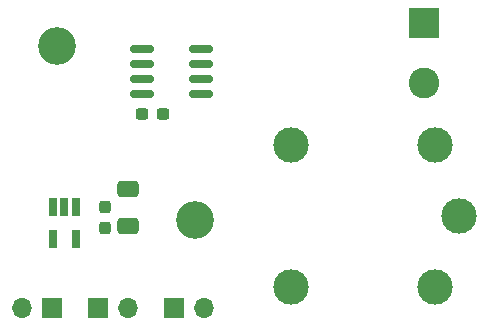
<source format=gts>
G04 #@! TF.GenerationSoftware,KiCad,Pcbnew,6.0.6*
G04 #@! TF.CreationDate,2022-07-14T17:33:28+02:00*
G04 #@! TF.ProjectId,3D_power_meter,33445f70-6f77-4657-925f-6d657465722e,rev?*
G04 #@! TF.SameCoordinates,Original*
G04 #@! TF.FileFunction,Soldermask,Top*
G04 #@! TF.FilePolarity,Negative*
%FSLAX46Y46*%
G04 Gerber Fmt 4.6, Leading zero omitted, Abs format (unit mm)*
G04 Created by KiCad (PCBNEW 6.0.6) date 2022-07-14 17:33:28*
%MOMM*%
%LPD*%
G01*
G04 APERTURE LIST*
G04 Aperture macros list*
%AMRoundRect*
0 Rectangle with rounded corners*
0 $1 Rounding radius*
0 $2 $3 $4 $5 $6 $7 $8 $9 X,Y pos of 4 corners*
0 Add a 4 corners polygon primitive as box body*
4,1,4,$2,$3,$4,$5,$6,$7,$8,$9,$2,$3,0*
0 Add four circle primitives for the rounded corners*
1,1,$1+$1,$2,$3*
1,1,$1+$1,$4,$5*
1,1,$1+$1,$6,$7*
1,1,$1+$1,$8,$9*
0 Add four rect primitives between the rounded corners*
20,1,$1+$1,$2,$3,$4,$5,0*
20,1,$1+$1,$4,$5,$6,$7,0*
20,1,$1+$1,$6,$7,$8,$9,0*
20,1,$1+$1,$8,$9,$2,$3,0*%
G04 Aperture macros list end*
%ADD10C,3.200000*%
%ADD11R,1.700000X1.700000*%
%ADD12O,1.700000X1.700000*%
%ADD13RoundRect,0.237500X-0.300000X-0.237500X0.300000X-0.237500X0.300000X0.237500X-0.300000X0.237500X0*%
%ADD14RoundRect,0.237500X-0.237500X0.300000X-0.237500X-0.300000X0.237500X-0.300000X0.237500X0.300000X0*%
%ADD15RoundRect,0.250000X-0.650000X0.412500X-0.650000X-0.412500X0.650000X-0.412500X0.650000X0.412500X0*%
%ADD16C,3.000000*%
%ADD17R,2.600000X2.600000*%
%ADD18C,2.600000*%
%ADD19R,0.650000X1.560000*%
%ADD20RoundRect,0.150000X0.825000X0.150000X-0.825000X0.150000X-0.825000X-0.150000X0.825000X-0.150000X0*%
G04 APERTURE END LIST*
D10*
X165525000Y-95800000D03*
D11*
X165100000Y-118000000D03*
D12*
X162560000Y-118000000D03*
D13*
X172787500Y-101600000D03*
X174512500Y-101600000D03*
D14*
X169575000Y-109450000D03*
X169575000Y-111175000D03*
D15*
X171575000Y-107937500D03*
X171575000Y-111062500D03*
D11*
X169000000Y-118000000D03*
D12*
X171540000Y-118000000D03*
D11*
X175425000Y-118000000D03*
D12*
X177965000Y-118000000D03*
D16*
X199550000Y-110200000D03*
X185350000Y-116200000D03*
X185350000Y-104200000D03*
X197550000Y-104200000D03*
X197550000Y-116200000D03*
D17*
X196645000Y-93880000D03*
D18*
X196645000Y-98960000D03*
D10*
X177275000Y-110525000D03*
D19*
X167125000Y-109400000D03*
X166175000Y-109400000D03*
X165225000Y-109400000D03*
X165225000Y-112100000D03*
X167125000Y-112100000D03*
D20*
X177735000Y-99905000D03*
X177735000Y-98635000D03*
X177735000Y-97365000D03*
X177735000Y-96095000D03*
X172785000Y-96095000D03*
X172785000Y-97365000D03*
X172785000Y-98635000D03*
X172785000Y-99905000D03*
M02*

</source>
